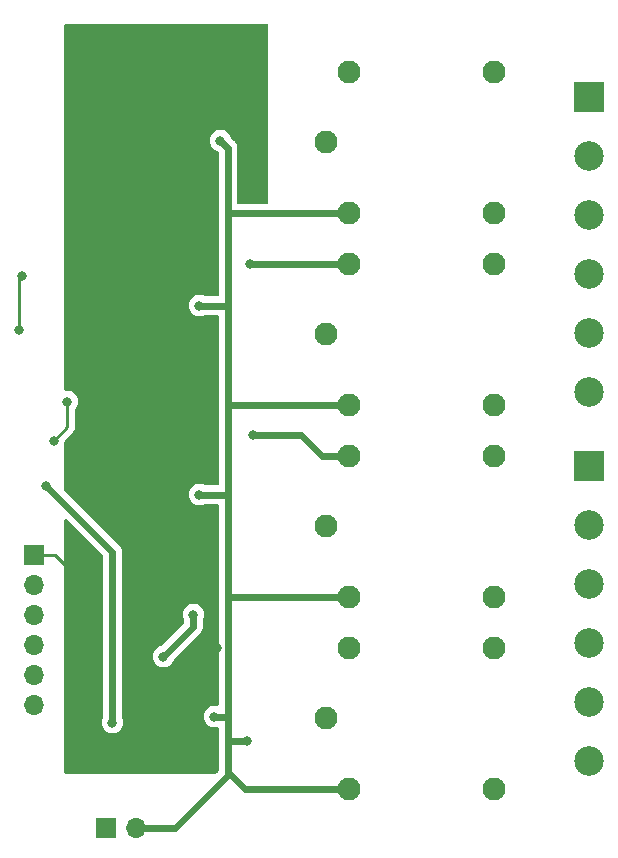
<source format=gbr>
%TF.GenerationSoftware,KiCad,Pcbnew,(6.0.7)*%
%TF.CreationDate,2023-01-17T21:34:43+03:00*%
%TF.ProjectId,4ChannelRelayModule,34436861-6e6e-4656-9c52-656c61794d6f,rev?*%
%TF.SameCoordinates,Original*%
%TF.FileFunction,Copper,L2,Bot*%
%TF.FilePolarity,Positive*%
%FSLAX46Y46*%
G04 Gerber Fmt 4.6, Leading zero omitted, Abs format (unit mm)*
G04 Created by KiCad (PCBNEW (6.0.7)) date 2023-01-17 21:34:43*
%MOMM*%
%LPD*%
G01*
G04 APERTURE LIST*
%TA.AperFunction,ComponentPad*%
%ADD10R,1.700000X1.700000*%
%TD*%
%TA.AperFunction,ComponentPad*%
%ADD11O,1.700000X1.700000*%
%TD*%
%TA.AperFunction,ComponentPad*%
%ADD12R,2.500000X2.500000*%
%TD*%
%TA.AperFunction,ComponentPad*%
%ADD13C,2.500000*%
%TD*%
%TA.AperFunction,ComponentPad*%
%ADD14C,1.950000*%
%TD*%
%TA.AperFunction,ViaPad*%
%ADD15C,0.800000*%
%TD*%
%TA.AperFunction,Conductor*%
%ADD16C,0.250000*%
%TD*%
%TA.AperFunction,Conductor*%
%ADD17C,0.560000*%
%TD*%
G04 APERTURE END LIST*
D10*
%TO.P,J1,1,Pin_1*%
%TO.N,/GND*%
X103124000Y-96458000D03*
D11*
%TO.P,J1,2,Pin_2*%
%TO.N,/IN1*%
X103124000Y-98998000D03*
%TO.P,J1,3,Pin_3*%
%TO.N,/IN2*%
X103124000Y-101538000D03*
%TO.P,J1,4,Pin_4*%
%TO.N,/IN3*%
X103124000Y-104078000D03*
%TO.P,J1,5,Pin_5*%
%TO.N,/IN4*%
X103124000Y-106618000D03*
%TO.P,J1,6,Pin_6*%
%TO.N,/VCC*%
X103124000Y-109158000D03*
%TD*%
D12*
%TO.P,J3,1,Pin_1*%
%TO.N,Net-(J3-Pad1)*%
X150072000Y-57700000D03*
D13*
%TO.P,J3,2,Pin_2*%
%TO.N,Net-(K1-PadCOM)*%
X150072000Y-62700000D03*
%TO.P,J3,3,Pin_3*%
%TO.N,Net-(K1-PadNO)*%
X150072000Y-67700000D03*
%TO.P,J3,4,Pin_4*%
%TO.N,Net-(J3-Pad4)*%
X150072000Y-72700000D03*
%TO.P,J3,5,Pin_5*%
%TO.N,Net-(K2-PadCOM)*%
X150072000Y-77700000D03*
%TO.P,J3,6,Pin_6*%
%TO.N,Net-(K2-PadNO)*%
X150072000Y-82700000D03*
%TD*%
D14*
%TO.P,K1,COIL1*%
%TO.N,/JD-VCC*%
X129794000Y-67564000D03*
%TO.P,K1,COIL2*%
%TO.N,Net-(D5-Pad2)*%
X129794000Y-55564000D03*
%TO.P,K1,COM*%
%TO.N,Net-(K1-PadCOM)*%
X127794000Y-61564000D03*
%TO.P,K1,NC*%
%TO.N,Net-(J3-Pad1)*%
X141994000Y-55564000D03*
%TO.P,K1,NO*%
%TO.N,Net-(K1-PadNO)*%
X141994000Y-67564000D03*
%TD*%
%TO.P,K2,COIL1*%
%TO.N,/JD-VCC*%
X129790000Y-83820000D03*
%TO.P,K2,COIL2*%
%TO.N,Net-(D6-Pad2)*%
X129790000Y-71820000D03*
%TO.P,K2,COM*%
%TO.N,Net-(K2-PadCOM)*%
X127790000Y-77820000D03*
%TO.P,K2,NC*%
%TO.N,Net-(J3-Pad4)*%
X141990000Y-71820000D03*
%TO.P,K2,NO*%
%TO.N,Net-(K2-PadNO)*%
X141990000Y-83820000D03*
%TD*%
%TO.P,K3,COIL1*%
%TO.N,/JD-VCC*%
X129794000Y-100076000D03*
%TO.P,K3,COIL2*%
%TO.N,Net-(D7-Pad2)*%
X129794000Y-88076000D03*
%TO.P,K3,COM*%
%TO.N,Net-(K3-PadCOM)*%
X127794000Y-94076000D03*
%TO.P,K3,NC*%
%TO.N,Net-(J4-Pad1)*%
X141994000Y-88076000D03*
%TO.P,K3,NO*%
%TO.N,Net-(J4-Pad3)*%
X141994000Y-100076000D03*
%TD*%
D10*
%TO.P,J2,1,Pin_1*%
%TO.N,/VCC*%
X109215000Y-119572000D03*
D11*
%TO.P,J2,2,Pin_2*%
%TO.N,/JD-VCC*%
X111755000Y-119572000D03*
%TD*%
D12*
%TO.P,J4,1,Pin_1*%
%TO.N,Net-(J4-Pad1)*%
X150072000Y-88942000D03*
D13*
%TO.P,J4,2,Pin_2*%
%TO.N,Net-(K3-PadCOM)*%
X150072000Y-93942000D03*
%TO.P,J4,3,Pin_3*%
%TO.N,Net-(J4-Pad3)*%
X150072000Y-98942000D03*
%TO.P,J4,4,Pin_4*%
%TO.N,Net-(J4-Pad4)*%
X150072000Y-103942000D03*
%TO.P,J4,5,Pin_5*%
%TO.N,Net-(J4-Pad5)*%
X150072000Y-108942000D03*
%TO.P,J4,6,Pin_6*%
%TO.N,Net-(J4-Pad6)*%
X150072000Y-113942000D03*
%TD*%
D14*
%TO.P,K4,COIL1*%
%TO.N,/JD-VCC*%
X129794000Y-116332000D03*
%TO.P,K4,COIL2*%
%TO.N,Net-(D8-Pad2)*%
X129794000Y-104332000D03*
%TO.P,K4,COM*%
%TO.N,Net-(J4-Pad5)*%
X127794000Y-110332000D03*
%TO.P,K4,NC*%
%TO.N,Net-(J4-Pad4)*%
X141994000Y-104332000D03*
%TO.P,K4,NO*%
%TO.N,Net-(J4-Pad6)*%
X141994000Y-116332000D03*
%TD*%
D15*
%TO.N,/IN1*%
X101854000Y-77408000D03*
X102108000Y-72836000D03*
%TO.N,Net-(D4-Pad2)*%
X109728000Y-110682000D03*
X104140000Y-90616000D03*
%TO.N,/JD-VCC*%
X118872000Y-61406000D03*
X118364000Y-110174000D03*
X117094000Y-75376000D03*
X117094000Y-91378000D03*
X121158000Y-112206000D03*
%TO.N,Net-(D6-Pad2)*%
X121412000Y-71820000D03*
%TO.N,Net-(D7-Pad2)*%
X121666000Y-86298000D03*
%TO.N,/GND*%
X118364000Y-88838000D03*
X118364000Y-73598000D03*
X106934000Y-98490000D03*
X118618000Y-104332000D03*
X119380000Y-58612000D03*
%TO.N,/IN3*%
X105918000Y-83504000D03*
X104765500Y-86806000D03*
%TO.N,Net-(Q4-Pad1)*%
X116586000Y-101538000D03*
X114046000Y-105094000D03*
%TD*%
D16*
%TO.N,/IN1*%
X101854000Y-73090000D02*
X101854000Y-77408000D01*
X102108000Y-72836000D02*
X101854000Y-73090000D01*
D17*
%TO.N,Net-(D4-Pad2)*%
X109728000Y-110682000D02*
X109728000Y-96204000D01*
X109728000Y-96204000D02*
X104140000Y-90616000D01*
%TO.N,/JD-VCC*%
X119498000Y-75258000D02*
X119498000Y-83640000D01*
X119678000Y-83820000D02*
X119498000Y-83640000D01*
X119498000Y-67638000D02*
X119498000Y-75258000D01*
X117094000Y-91378000D02*
X119380000Y-91378000D01*
X119498000Y-110292000D02*
X119498000Y-112342000D01*
X119634000Y-112206000D02*
X119498000Y-112342000D01*
X119498000Y-112832000D02*
X119498000Y-114882000D01*
X129794000Y-116332000D02*
X120948000Y-116332000D01*
X119498000Y-91496000D02*
X119498000Y-100150000D01*
X118872000Y-61406000D02*
X119498000Y-62032000D01*
X119572000Y-100076000D02*
X119498000Y-100150000D01*
X119498000Y-112342000D02*
X119498000Y-112832000D01*
X120948000Y-116332000D02*
X119498000Y-114882000D01*
X129794000Y-100076000D02*
X119572000Y-100076000D01*
X119572000Y-67564000D02*
X119498000Y-67638000D01*
X119380000Y-75376000D02*
X119498000Y-75258000D01*
X119498000Y-83640000D02*
X119498000Y-91496000D01*
X119380000Y-110174000D02*
X119498000Y-110292000D01*
X118364000Y-110174000D02*
X119380000Y-110174000D01*
X121158000Y-112206000D02*
X119634000Y-112206000D01*
X129794000Y-67564000D02*
X119572000Y-67564000D01*
X119498000Y-100150000D02*
X119498000Y-110292000D01*
X119380000Y-91378000D02*
X119498000Y-91496000D01*
X119498000Y-62032000D02*
X119498000Y-67638000D01*
X119498000Y-115136000D02*
X115062000Y-119572000D01*
X129790000Y-83820000D02*
X119678000Y-83820000D01*
X119498000Y-114882000D02*
X119498000Y-115136000D01*
X117094000Y-75376000D02*
X119380000Y-75376000D01*
X115062000Y-119572000D02*
X111755000Y-119572000D01*
%TO.N,Net-(D6-Pad2)*%
X121412000Y-71820000D02*
X129790000Y-71820000D01*
%TO.N,Net-(D7-Pad2)*%
X125730000Y-86298000D02*
X127508000Y-88076000D01*
X127508000Y-88076000D02*
X129794000Y-88076000D01*
X121666000Y-86298000D02*
X125730000Y-86298000D01*
D16*
%TO.N,/GND*%
X103124000Y-96458000D02*
X104902000Y-96458000D01*
X104902000Y-96458000D02*
X106934000Y-98490000D01*
%TO.N,/IN3*%
X105918000Y-85653500D02*
X105918000Y-83504000D01*
X104765500Y-86806000D02*
X105918000Y-85653500D01*
D17*
%TO.N,Net-(Q4-Pad1)*%
X116586000Y-101538000D02*
X116586000Y-102554000D01*
X116586000Y-102554000D02*
X114046000Y-105094000D01*
%TD*%
%TA.AperFunction,Conductor*%
%TO.N,/GND*%
G36*
X122878121Y-51520002D02*
G01*
X122924614Y-51573658D01*
X122936000Y-51626000D01*
X122936000Y-66649500D01*
X122915998Y-66717621D01*
X122862342Y-66764114D01*
X122810000Y-66775500D01*
X120412500Y-66775500D01*
X120344379Y-66755498D01*
X120297886Y-66701842D01*
X120286500Y-66649500D01*
X120286500Y-62041003D01*
X120286507Y-62039684D01*
X120287353Y-61958859D01*
X120287427Y-61951813D01*
X120283608Y-61934148D01*
X120278526Y-61910643D01*
X120276465Y-61898061D01*
X120272555Y-61863201D01*
X120272555Y-61863199D01*
X120271770Y-61856204D01*
X120261078Y-61825500D01*
X120256916Y-61810694D01*
X120251532Y-61785794D01*
X120250044Y-61778910D01*
X120232241Y-61740732D01*
X120227446Y-61728922D01*
X120215910Y-61695796D01*
X120213594Y-61689145D01*
X120196358Y-61661561D01*
X120189024Y-61648052D01*
X120178261Y-61624971D01*
X120175283Y-61618585D01*
X120149463Y-61585297D01*
X120142171Y-61574843D01*
X120123586Y-61545102D01*
X120119852Y-61539126D01*
X120091953Y-61511032D01*
X120091388Y-61510428D01*
X120090881Y-61509774D01*
X120065447Y-61484340D01*
X119995203Y-61413604D01*
X119994189Y-61412960D01*
X119993009Y-61411902D01*
X119771704Y-61190596D01*
X119740967Y-61140438D01*
X119708568Y-61040725D01*
X119708567Y-61040724D01*
X119706527Y-61034444D01*
X119611040Y-60869056D01*
X119483253Y-60727134D01*
X119328752Y-60614882D01*
X119322724Y-60612198D01*
X119322722Y-60612197D01*
X119160319Y-60539891D01*
X119160318Y-60539891D01*
X119154288Y-60537206D01*
X119060888Y-60517353D01*
X118973944Y-60498872D01*
X118973939Y-60498872D01*
X118967487Y-60497500D01*
X118776513Y-60497500D01*
X118770061Y-60498872D01*
X118770056Y-60498872D01*
X118683112Y-60517353D01*
X118589712Y-60537206D01*
X118583682Y-60539891D01*
X118583681Y-60539891D01*
X118421278Y-60612197D01*
X118421276Y-60612198D01*
X118415248Y-60614882D01*
X118260747Y-60727134D01*
X118132960Y-60869056D01*
X118037473Y-61034444D01*
X117978458Y-61216072D01*
X117958496Y-61406000D01*
X117959186Y-61412565D01*
X117977341Y-61585297D01*
X117978458Y-61595928D01*
X118037473Y-61777556D01*
X118040776Y-61783278D01*
X118040777Y-61783279D01*
X118074686Y-61842010D01*
X118132960Y-61942944D01*
X118137378Y-61947851D01*
X118137379Y-61947852D01*
X118256325Y-62079955D01*
X118260747Y-62084866D01*
X118415248Y-62197118D01*
X118421276Y-62199802D01*
X118421278Y-62199803D01*
X118583679Y-62272108D01*
X118589712Y-62274794D01*
X118598891Y-62276745D01*
X118600291Y-62277505D01*
X118602448Y-62278206D01*
X118602318Y-62278606D01*
X118661783Y-62310891D01*
X118672591Y-62321698D01*
X118706619Y-62384009D01*
X118709500Y-62410798D01*
X118709500Y-67624084D01*
X118709152Y-67723696D01*
X118709414Y-67724870D01*
X118709500Y-67726451D01*
X118709500Y-74461500D01*
X118689498Y-74529621D01*
X118635842Y-74576114D01*
X118583500Y-74587500D01*
X117583415Y-74587500D01*
X117532166Y-74576607D01*
X117382319Y-74509891D01*
X117382318Y-74509891D01*
X117376288Y-74507206D01*
X117282888Y-74487353D01*
X117195944Y-74468872D01*
X117195939Y-74468872D01*
X117189487Y-74467500D01*
X116998513Y-74467500D01*
X116992061Y-74468872D01*
X116992056Y-74468872D01*
X116905112Y-74487353D01*
X116811712Y-74507206D01*
X116805682Y-74509891D01*
X116805681Y-74509891D01*
X116643278Y-74582197D01*
X116643276Y-74582198D01*
X116637248Y-74584882D01*
X116482747Y-74697134D01*
X116354960Y-74839056D01*
X116259473Y-75004444D01*
X116200458Y-75186072D01*
X116180496Y-75376000D01*
X116200458Y-75565928D01*
X116259473Y-75747556D01*
X116354960Y-75912944D01*
X116482747Y-76054866D01*
X116637248Y-76167118D01*
X116643276Y-76169802D01*
X116643278Y-76169803D01*
X116676293Y-76184502D01*
X116811712Y-76244794D01*
X116905113Y-76264647D01*
X116992056Y-76283128D01*
X116992061Y-76283128D01*
X116998513Y-76284500D01*
X117189487Y-76284500D01*
X117195939Y-76283128D01*
X117195944Y-76283128D01*
X117282887Y-76264647D01*
X117376288Y-76244794D01*
X117532166Y-76175393D01*
X117583415Y-76164500D01*
X118583500Y-76164500D01*
X118651621Y-76184502D01*
X118698114Y-76238158D01*
X118709500Y-76290500D01*
X118709500Y-83630997D01*
X118709493Y-83632315D01*
X118708573Y-83720187D01*
X118709272Y-83723418D01*
X118709500Y-83727925D01*
X118709500Y-90463500D01*
X118689498Y-90531621D01*
X118635842Y-90578114D01*
X118583500Y-90589500D01*
X117583415Y-90589500D01*
X117532166Y-90578607D01*
X117382319Y-90511891D01*
X117382318Y-90511891D01*
X117376288Y-90509206D01*
X117282888Y-90489353D01*
X117195944Y-90470872D01*
X117195939Y-90470872D01*
X117189487Y-90469500D01*
X116998513Y-90469500D01*
X116992061Y-90470872D01*
X116992056Y-90470872D01*
X116905113Y-90489353D01*
X116811712Y-90509206D01*
X116805682Y-90511891D01*
X116805681Y-90511891D01*
X116643278Y-90584197D01*
X116643276Y-90584198D01*
X116637248Y-90586882D01*
X116482747Y-90699134D01*
X116354960Y-90841056D01*
X116259473Y-91006444D01*
X116200458Y-91188072D01*
X116180496Y-91378000D01*
X116200458Y-91567928D01*
X116259473Y-91749556D01*
X116354960Y-91914944D01*
X116482747Y-92056866D01*
X116637248Y-92169118D01*
X116643276Y-92171802D01*
X116643278Y-92171803D01*
X116676293Y-92186502D01*
X116811712Y-92246794D01*
X116905113Y-92266647D01*
X116992056Y-92285128D01*
X116992061Y-92285128D01*
X116998513Y-92286500D01*
X117189487Y-92286500D01*
X117195939Y-92285128D01*
X117195944Y-92285128D01*
X117282888Y-92266647D01*
X117376288Y-92246794D01*
X117532166Y-92177393D01*
X117583415Y-92166500D01*
X118583500Y-92166500D01*
X118651621Y-92186502D01*
X118698114Y-92240158D01*
X118709500Y-92292500D01*
X118709500Y-100136084D01*
X118709152Y-100235696D01*
X118709414Y-100236870D01*
X118709500Y-100238451D01*
X118709500Y-109163045D01*
X118689498Y-109231166D01*
X118635842Y-109277659D01*
X118565568Y-109287763D01*
X118557302Y-109286291D01*
X118465951Y-109266873D01*
X118465942Y-109266872D01*
X118459487Y-109265500D01*
X118268513Y-109265500D01*
X118262061Y-109266872D01*
X118262056Y-109266872D01*
X118175112Y-109285353D01*
X118081712Y-109305206D01*
X118075682Y-109307891D01*
X118075681Y-109307891D01*
X117913278Y-109380197D01*
X117913276Y-109380198D01*
X117907248Y-109382882D01*
X117752747Y-109495134D01*
X117624960Y-109637056D01*
X117529473Y-109802444D01*
X117470458Y-109984072D01*
X117450496Y-110174000D01*
X117470458Y-110363928D01*
X117529473Y-110545556D01*
X117624960Y-110710944D01*
X117752747Y-110852866D01*
X117907248Y-110965118D01*
X117913276Y-110967802D01*
X117913278Y-110967803D01*
X118018499Y-111014650D01*
X118081712Y-111042794D01*
X118170700Y-111061709D01*
X118262056Y-111081128D01*
X118262061Y-111081128D01*
X118268513Y-111082500D01*
X118459487Y-111082500D01*
X118465942Y-111081128D01*
X118465951Y-111081127D01*
X118557302Y-111061709D01*
X118628093Y-111067110D01*
X118684726Y-111109926D01*
X118709220Y-111176564D01*
X118709500Y-111184955D01*
X118709500Y-112328084D01*
X118709152Y-112427696D01*
X118709414Y-112428870D01*
X118709500Y-112430451D01*
X118709500Y-114757203D01*
X118689498Y-114825324D01*
X118672595Y-114846298D01*
X118555798Y-114963095D01*
X118493486Y-114997121D01*
X118466703Y-115000000D01*
X105790000Y-115000000D01*
X105721879Y-114979998D01*
X105675386Y-114926342D01*
X105664000Y-114874000D01*
X105664000Y-93559298D01*
X105684002Y-93491177D01*
X105737658Y-93444684D01*
X105807932Y-93434580D01*
X105872512Y-93464074D01*
X105879095Y-93470203D01*
X108902595Y-96493702D01*
X108936621Y-96556014D01*
X108939500Y-96582797D01*
X108939500Y-110196962D01*
X108922619Y-110259961D01*
X108893473Y-110310444D01*
X108834458Y-110492072D01*
X108814496Y-110682000D01*
X108815186Y-110688565D01*
X108832863Y-110856749D01*
X108834458Y-110871928D01*
X108893473Y-111053556D01*
X108988960Y-111218944D01*
X108993378Y-111223851D01*
X108993379Y-111223852D01*
X109112325Y-111355955D01*
X109116747Y-111360866D01*
X109271248Y-111473118D01*
X109277276Y-111475802D01*
X109277278Y-111475803D01*
X109439681Y-111548109D01*
X109445712Y-111550794D01*
X109539112Y-111570647D01*
X109626056Y-111589128D01*
X109626061Y-111589128D01*
X109632513Y-111590500D01*
X109823487Y-111590500D01*
X109829939Y-111589128D01*
X109829944Y-111589128D01*
X109916887Y-111570647D01*
X110010288Y-111550794D01*
X110016319Y-111548109D01*
X110178722Y-111475803D01*
X110178724Y-111475802D01*
X110184752Y-111473118D01*
X110339253Y-111360866D01*
X110343675Y-111355955D01*
X110462621Y-111223852D01*
X110462622Y-111223851D01*
X110467040Y-111218944D01*
X110562527Y-111053556D01*
X110621542Y-110871928D01*
X110623138Y-110856749D01*
X110640814Y-110688565D01*
X110641504Y-110682000D01*
X110621542Y-110492072D01*
X110562527Y-110310444D01*
X110533381Y-110259961D01*
X110516500Y-110196962D01*
X110516500Y-105094000D01*
X113132496Y-105094000D01*
X113152458Y-105283928D01*
X113211473Y-105465556D01*
X113306960Y-105630944D01*
X113434747Y-105772866D01*
X113589248Y-105885118D01*
X113595276Y-105887802D01*
X113595278Y-105887803D01*
X113757681Y-105960109D01*
X113763712Y-105962794D01*
X113857113Y-105982647D01*
X113944056Y-106001128D01*
X113944061Y-106001128D01*
X113950513Y-106002500D01*
X114141487Y-106002500D01*
X114147939Y-106001128D01*
X114147944Y-106001128D01*
X114234888Y-105982647D01*
X114328288Y-105962794D01*
X114334319Y-105960109D01*
X114496722Y-105887803D01*
X114496724Y-105887802D01*
X114502752Y-105885118D01*
X114657253Y-105772866D01*
X114785040Y-105630944D01*
X114880527Y-105465556D01*
X114914967Y-105359561D01*
X114945705Y-105309403D01*
X117137141Y-103117966D01*
X117138078Y-103117038D01*
X117195881Y-103060433D01*
X117195882Y-103060432D01*
X117200910Y-103055508D01*
X117223736Y-103020089D01*
X117231170Y-103009745D01*
X117253050Y-102982336D01*
X117257444Y-102976832D01*
X117260509Y-102970492D01*
X117271598Y-102947555D01*
X117279124Y-102934144D01*
X117292921Y-102912735D01*
X117292922Y-102912732D01*
X117296737Y-102906813D01*
X117299146Y-102900194D01*
X117299150Y-102900186D01*
X117311145Y-102867230D01*
X117316106Y-102855484D01*
X117331371Y-102823907D01*
X117334436Y-102817567D01*
X117341749Y-102785890D01*
X117346119Y-102771138D01*
X117354830Y-102747204D01*
X117357240Y-102740583D01*
X117362520Y-102698794D01*
X117364755Y-102686247D01*
X117372646Y-102652065D01*
X117372646Y-102652062D01*
X117374230Y-102645202D01*
X117374368Y-102605636D01*
X117374396Y-102604779D01*
X117374500Y-102603960D01*
X117374500Y-102567791D01*
X117374847Y-102468304D01*
X117374585Y-102467133D01*
X117374500Y-102465559D01*
X117374500Y-102023038D01*
X117391381Y-101960038D01*
X117417223Y-101915279D01*
X117417224Y-101915278D01*
X117420527Y-101909556D01*
X117479542Y-101727928D01*
X117499504Y-101538000D01*
X117479542Y-101348072D01*
X117420527Y-101166444D01*
X117325040Y-101001056D01*
X117315536Y-100990500D01*
X117201675Y-100864045D01*
X117201674Y-100864044D01*
X117197253Y-100859134D01*
X117042752Y-100746882D01*
X117036724Y-100744198D01*
X117036722Y-100744197D01*
X116874319Y-100671891D01*
X116874318Y-100671891D01*
X116868288Y-100669206D01*
X116774888Y-100649353D01*
X116687944Y-100630872D01*
X116687939Y-100630872D01*
X116681487Y-100629500D01*
X116490513Y-100629500D01*
X116484061Y-100630872D01*
X116484056Y-100630872D01*
X116397113Y-100649353D01*
X116303712Y-100669206D01*
X116297682Y-100671891D01*
X116297681Y-100671891D01*
X116135278Y-100744197D01*
X116135276Y-100744198D01*
X116129248Y-100746882D01*
X115974747Y-100859134D01*
X115970326Y-100864044D01*
X115970325Y-100864045D01*
X115856465Y-100990500D01*
X115846960Y-101001056D01*
X115751473Y-101166444D01*
X115692458Y-101348072D01*
X115672496Y-101538000D01*
X115692458Y-101727928D01*
X115751473Y-101909556D01*
X115754776Y-101915278D01*
X115754777Y-101915279D01*
X115780619Y-101960038D01*
X115797500Y-102023038D01*
X115797500Y-102175203D01*
X115777498Y-102243324D01*
X115760595Y-102264298D01*
X113835788Y-104189104D01*
X113776318Y-104221394D01*
X113776448Y-104221794D01*
X113774291Y-104222495D01*
X113772891Y-104223255D01*
X113763712Y-104225206D01*
X113757679Y-104227892D01*
X113595278Y-104300197D01*
X113595276Y-104300198D01*
X113589248Y-104302882D01*
X113434747Y-104415134D01*
X113306960Y-104557056D01*
X113211473Y-104722444D01*
X113152458Y-104904072D01*
X113132496Y-105094000D01*
X110516500Y-105094000D01*
X110516500Y-96212954D01*
X110516507Y-96211636D01*
X110517352Y-96130859D01*
X110517426Y-96123812D01*
X110508526Y-96082646D01*
X110506466Y-96070071D01*
X110502555Y-96035202D01*
X110501770Y-96028204D01*
X110491074Y-95997489D01*
X110486912Y-95982679D01*
X110481532Y-95957796D01*
X110480043Y-95950909D01*
X110462236Y-95912722D01*
X110457454Y-95900945D01*
X110443594Y-95861145D01*
X110426366Y-95833574D01*
X110419027Y-95820057D01*
X110408260Y-95796968D01*
X110408258Y-95796964D01*
X110405283Y-95790585D01*
X110379467Y-95757303D01*
X110372173Y-95746847D01*
X110353585Y-95717099D01*
X110353582Y-95717095D01*
X110349852Y-95711126D01*
X110321952Y-95683031D01*
X110321387Y-95682427D01*
X110320880Y-95681773D01*
X110295451Y-95656344D01*
X110225203Y-95585604D01*
X110224189Y-95584960D01*
X110223003Y-95583896D01*
X105700905Y-91061797D01*
X105666879Y-90999485D01*
X105664000Y-90972702D01*
X105664000Y-86955360D01*
X105664690Y-86942190D01*
X105676407Y-86830708D01*
X105703420Y-86765051D01*
X105712622Y-86754782D01*
X106310258Y-86157147D01*
X106318537Y-86149613D01*
X106325018Y-86145500D01*
X106371644Y-86095848D01*
X106374398Y-86093007D01*
X106394135Y-86073270D01*
X106396615Y-86070073D01*
X106404320Y-86061051D01*
X106429159Y-86034600D01*
X106434586Y-86028821D01*
X106438405Y-86021875D01*
X106438407Y-86021872D01*
X106444348Y-86011066D01*
X106455199Y-85994547D01*
X106462758Y-85984801D01*
X106467614Y-85978541D01*
X106470759Y-85971272D01*
X106470762Y-85971268D01*
X106485174Y-85937963D01*
X106490391Y-85927313D01*
X106511695Y-85888560D01*
X106516733Y-85868937D01*
X106523137Y-85850234D01*
X106528033Y-85838920D01*
X106528033Y-85838919D01*
X106531181Y-85831645D01*
X106532420Y-85823822D01*
X106532423Y-85823812D01*
X106538099Y-85787976D01*
X106540505Y-85776356D01*
X106549528Y-85741211D01*
X106549528Y-85741210D01*
X106551500Y-85733530D01*
X106551500Y-85713276D01*
X106553051Y-85693565D01*
X106554980Y-85681386D01*
X106556220Y-85673557D01*
X106552059Y-85629538D01*
X106551500Y-85617681D01*
X106551500Y-84206524D01*
X106571502Y-84138403D01*
X106583858Y-84122221D01*
X106657040Y-84040944D01*
X106752527Y-83875556D01*
X106811542Y-83693928D01*
X106831504Y-83504000D01*
X106811542Y-83314072D01*
X106752527Y-83132444D01*
X106739144Y-83109263D01*
X106687673Y-83020114D01*
X106657040Y-82967056D01*
X106529253Y-82825134D01*
X106374752Y-82712882D01*
X106368724Y-82710198D01*
X106368722Y-82710197D01*
X106206319Y-82637891D01*
X106206318Y-82637891D01*
X106200288Y-82635206D01*
X106106887Y-82615353D01*
X106019944Y-82596872D01*
X106019939Y-82596872D01*
X106013487Y-82595500D01*
X105822513Y-82595500D01*
X105816056Y-82596872D01*
X105809485Y-82597563D01*
X105809354Y-82596319D01*
X105745415Y-82591444D01*
X105688779Y-82548632D01*
X105664280Y-82481996D01*
X105664000Y-82473596D01*
X105664000Y-51626000D01*
X105684002Y-51557879D01*
X105737658Y-51511386D01*
X105790000Y-51500000D01*
X122810000Y-51500000D01*
X122878121Y-51520002D01*
G37*
%TD.AperFunction*%
%TD*%
M02*

</source>
